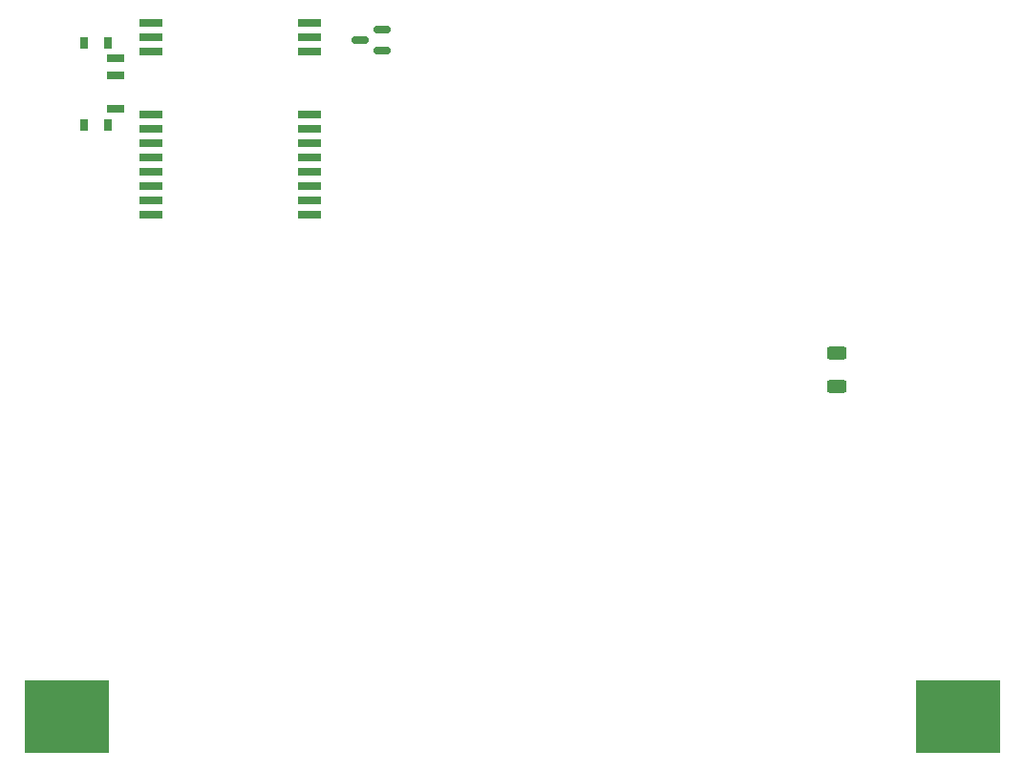
<source format=gbr>
%TF.GenerationSoftware,KiCad,Pcbnew,(6.0.6)*%
%TF.CreationDate,2022-11-03T15:56:01+01:00*%
%TF.ProjectId,Wasbeer-communicator,57617362-6565-4722-9d63-6f6d6d756e69,rev?*%
%TF.SameCoordinates,Original*%
%TF.FileFunction,Paste,Bot*%
%TF.FilePolarity,Positive*%
%FSLAX46Y46*%
G04 Gerber Fmt 4.6, Leading zero omitted, Abs format (unit mm)*
G04 Created by KiCad (PCBNEW (6.0.6)) date 2022-11-03 15:56:01*
%MOMM*%
%LPD*%
G01*
G04 APERTURE LIST*
G04 Aperture macros list*
%AMRoundRect*
0 Rectangle with rounded corners*
0 $1 Rounding radius*
0 $2 $3 $4 $5 $6 $7 $8 $9 X,Y pos of 4 corners*
0 Add a 4 corners polygon primitive as box body*
4,1,4,$2,$3,$4,$5,$6,$7,$8,$9,$2,$3,0*
0 Add four circle primitives for the rounded corners*
1,1,$1+$1,$2,$3*
1,1,$1+$1,$4,$5*
1,1,$1+$1,$6,$7*
1,1,$1+$1,$8,$9*
0 Add four rect primitives between the rounded corners*
20,1,$1+$1,$2,$3,$4,$5,0*
20,1,$1+$1,$4,$5,$6,$7,0*
20,1,$1+$1,$6,$7,$8,$9,0*
20,1,$1+$1,$8,$9,$2,$3,0*%
G04 Aperture macros list end*
%ADD10R,0.800000X1.000000*%
%ADD11R,1.500000X0.700000*%
%ADD12R,2.000000X0.800000*%
%ADD13R,7.460000X6.470000*%
%ADD14RoundRect,0.150000X0.587500X0.150000X-0.587500X0.150000X-0.587500X-0.150000X0.587500X-0.150000X0*%
%ADD15RoundRect,0.250000X-0.625000X0.312500X-0.625000X-0.312500X0.625000X-0.312500X0.625000X0.312500X0*%
G04 APERTURE END LIST*
D10*
%TO.C,SW2*%
X94137500Y-62737500D03*
X94137500Y-70037500D03*
X92037500Y-62737500D03*
X92037500Y-70037500D03*
D11*
X94837500Y-68637500D03*
X94837500Y-65637500D03*
X94837500Y-64137500D03*
%TD*%
D12*
%TO.C,IC1*%
X112000000Y-61000000D03*
X112000000Y-62270000D03*
X112000000Y-63540000D03*
X112000000Y-69110000D03*
X112000000Y-70380000D03*
X112000000Y-71650000D03*
X112000000Y-72920000D03*
X112000000Y-74190000D03*
X112000000Y-75460000D03*
X112000000Y-76730000D03*
X112000000Y-78000000D03*
X98000000Y-78000000D03*
X98000000Y-76730000D03*
X98000000Y-75460000D03*
X98000000Y-74190000D03*
X98000000Y-72920000D03*
X98000000Y-71650000D03*
X98000000Y-70380000D03*
X98000000Y-69110000D03*
X98000000Y-63540000D03*
X98000000Y-62270000D03*
X98000000Y-61000000D03*
%TD*%
D13*
%TO.C,BT1*%
X169500000Y-122500000D03*
X90500000Y-122500000D03*
%TD*%
D14*
%TO.C,Q1*%
X118437500Y-61550000D03*
X118437500Y-63450000D03*
X116562500Y-62500000D03*
%TD*%
D15*
%TO.C,R1*%
X158750000Y-90287500D03*
X158750000Y-93212500D03*
%TD*%
M02*

</source>
